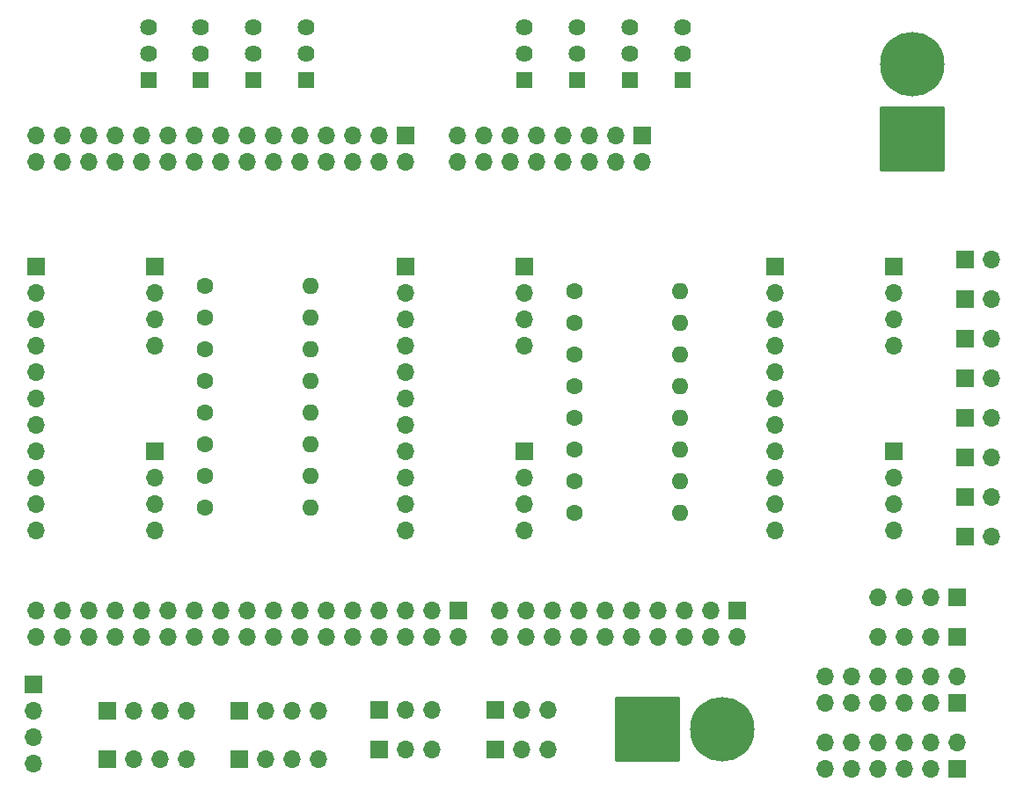
<source format=gbs>
G04 #@! TF.GenerationSoftware,KiCad,Pcbnew,8.0.3*
G04 #@! TF.CreationDate,2025-05-05T15:44:45+09:00*
G04 #@! TF.ProjectId,F767ZI_MB_V1.4,46373637-5a49-45f4-9d42-5f56312e342e,rev?*
G04 #@! TF.SameCoordinates,Original*
G04 #@! TF.FileFunction,Soldermask,Bot*
G04 #@! TF.FilePolarity,Negative*
%FSLAX46Y46*%
G04 Gerber Fmt 4.6, Leading zero omitted, Abs format (unit mm)*
G04 Created by KiCad (PCBNEW 8.0.3) date 2025-05-05 15:44:45*
%MOMM*%
%LPD*%
G01*
G04 APERTURE LIST*
G04 Aperture macros list*
%AMRoundRect*
0 Rectangle with rounded corners*
0 $1 Rounding radius*
0 $2 $3 $4 $5 $6 $7 $8 $9 X,Y pos of 4 corners*
0 Add a 4 corners polygon primitive as box body*
4,1,4,$2,$3,$4,$5,$6,$7,$8,$9,$2,$3,0*
0 Add four circle primitives for the rounded corners*
1,1,$1+$1,$2,$3*
1,1,$1+$1,$4,$5*
1,1,$1+$1,$6,$7*
1,1,$1+$1,$8,$9*
0 Add four rect primitives between the rounded corners*
20,1,$1+$1,$2,$3,$4,$5,0*
20,1,$1+$1,$4,$5,$6,$7,0*
20,1,$1+$1,$6,$7,$8,$9,0*
20,1,$1+$1,$8,$9,$2,$3,0*%
G04 Aperture macros list end*
%ADD10R,1.625600X1.625600*%
%ADD11C,1.625600*%
%ADD12R,1.700000X1.700000*%
%ADD13O,1.700000X1.700000*%
%ADD14C,1.600000*%
%ADD15O,1.600000X1.600000*%
%ADD16C,6.204000*%
%ADD17RoundRect,0.102000X-3.000000X-3.000000X3.000000X-3.000000X3.000000X3.000000X-3.000000X3.000000X0*%
%ADD18RoundRect,0.102000X3.000000X-3.000000X3.000000X3.000000X-3.000000X3.000000X-3.000000X-3.000000X0*%
G04 APERTURE END LIST*
D10*
X130810000Y-70876000D03*
D11*
X130810000Y-68336000D03*
X130810000Y-65796000D03*
D12*
X111760000Y-131455000D03*
D13*
X114300000Y-131455000D03*
X116840000Y-131455000D03*
D12*
X168148000Y-88148000D03*
D13*
X170688000Y-88148000D03*
D10*
X89558100Y-70876000D03*
D11*
X89558100Y-68336000D03*
X89558100Y-65796000D03*
D14*
X130556000Y-91196000D03*
D15*
X140716000Y-91196000D03*
D12*
X168148000Y-99578000D03*
D13*
X170688000Y-99578000D03*
D14*
X94996000Y-93736000D03*
D15*
X105156000Y-93736000D03*
D12*
X90170000Y-88783000D03*
D13*
X90170000Y-91323000D03*
X90170000Y-93863000D03*
X90170000Y-96403000D03*
D14*
X94996000Y-105928000D03*
D15*
X105156000Y-105928000D03*
D12*
X122951000Y-135265000D03*
D13*
X125491000Y-135265000D03*
X128031000Y-135265000D03*
D14*
X130556000Y-103388000D03*
D15*
X140716000Y-103388000D03*
D12*
X161290000Y-106563000D03*
D13*
X161290000Y-109103000D03*
X161290000Y-111643000D03*
X161290000Y-114183000D03*
D12*
X168148000Y-95768000D03*
D13*
X170688000Y-95768000D03*
D12*
X168148000Y-111008000D03*
D13*
X170688000Y-111008000D03*
D14*
X94996000Y-108976000D03*
D15*
X105156000Y-108976000D03*
D14*
X130556000Y-97292000D03*
D15*
X140716000Y-97292000D03*
D10*
X94602300Y-70876000D03*
D11*
X94602300Y-68336000D03*
X94602300Y-65796000D03*
D12*
X149860000Y-88783000D03*
D13*
X149860000Y-91323000D03*
X149860000Y-93863000D03*
X149860000Y-96403000D03*
X149860000Y-98943000D03*
X149860000Y-101483000D03*
X149860000Y-104023000D03*
X149860000Y-106563000D03*
X149860000Y-109103000D03*
X149860000Y-111643000D03*
X149860000Y-114183000D03*
D12*
X168148000Y-107198000D03*
D13*
X170688000Y-107198000D03*
D12*
X168148000Y-91958000D03*
D13*
X170688000Y-91958000D03*
D10*
X135890000Y-70876000D03*
D11*
X135890000Y-68336000D03*
X135890000Y-65796000D03*
D12*
X122936000Y-131455000D03*
D13*
X125476000Y-131455000D03*
X128016000Y-131455000D03*
D14*
X130556000Y-112532000D03*
D15*
X140716000Y-112532000D03*
D12*
X167386000Y-124470000D03*
D13*
X164846000Y-124470000D03*
X162306000Y-124470000D03*
X159766000Y-124470000D03*
D10*
X125730000Y-70876000D03*
D11*
X125730000Y-68336000D03*
X125730000Y-65796000D03*
D14*
X94996000Y-90688000D03*
D15*
X105156000Y-90688000D03*
D14*
X130556000Y-100340000D03*
D15*
X140716000Y-100340000D03*
D12*
X114300000Y-88783000D03*
D13*
X114300000Y-91323000D03*
X114300000Y-93863000D03*
X114300000Y-96403000D03*
X114300000Y-98943000D03*
X114300000Y-101483000D03*
X114300000Y-104023000D03*
X114300000Y-106563000D03*
X114300000Y-109103000D03*
X114300000Y-111643000D03*
X114300000Y-114183000D03*
D12*
X168153000Y-114818000D03*
D13*
X170693000Y-114818000D03*
D12*
X85608000Y-131582000D03*
D13*
X88148000Y-131582000D03*
X90688000Y-131582000D03*
X93228000Y-131582000D03*
D12*
X167386000Y-120594000D03*
D13*
X164846000Y-120594000D03*
X162306000Y-120594000D03*
X159766000Y-120594000D03*
D16*
X144824000Y-133360000D03*
D17*
X137624000Y-133360000D03*
D14*
X94996000Y-99832000D03*
D15*
X105156000Y-99832000D03*
D12*
X98308000Y-136232000D03*
D13*
X100848000Y-136232000D03*
X103388000Y-136232000D03*
X105928000Y-136232000D03*
D16*
X163068000Y-69308000D03*
D18*
X163068000Y-76508000D03*
D12*
X125730000Y-106563000D03*
D13*
X125730000Y-109103000D03*
X125730000Y-111643000D03*
X125730000Y-114183000D03*
D12*
X161290000Y-88783000D03*
D13*
X161290000Y-91323000D03*
X161290000Y-93863000D03*
X161290000Y-96403000D03*
D12*
X90170000Y-106563000D03*
D13*
X90170000Y-109103000D03*
X90170000Y-111643000D03*
X90170000Y-114183000D03*
D12*
X167386000Y-137170000D03*
D13*
X167386000Y-134630000D03*
X164846000Y-137170000D03*
X164846000Y-134630000D03*
X162306000Y-137170000D03*
X162306000Y-134630000D03*
X159766000Y-137170000D03*
X159766000Y-134630000D03*
X157226000Y-137170000D03*
X157226000Y-134630000D03*
X154686000Y-137170000D03*
X154686000Y-134630000D03*
D12*
X167386000Y-130820000D03*
D13*
X167386000Y-128280000D03*
X164846000Y-130820000D03*
X164846000Y-128280000D03*
X162306000Y-130820000D03*
X162306000Y-128280000D03*
X159766000Y-130820000D03*
X159766000Y-128280000D03*
X157226000Y-130820000D03*
X157226000Y-128280000D03*
X154686000Y-130820000D03*
X154686000Y-128280000D03*
D14*
X94996000Y-112024000D03*
D15*
X105156000Y-112024000D03*
D14*
X94996000Y-102880000D03*
D15*
X105156000Y-102880000D03*
D14*
X94996000Y-96784000D03*
D15*
X105156000Y-96784000D03*
D14*
X130556000Y-109484000D03*
D15*
X140716000Y-109484000D03*
D12*
X85608000Y-136232000D03*
D13*
X88148000Y-136232000D03*
X90688000Y-136232000D03*
X93228000Y-136232000D03*
D12*
X168148000Y-103388000D03*
D13*
X170688000Y-103388000D03*
D12*
X111760000Y-135265000D03*
D13*
X114300000Y-135265000D03*
X116840000Y-135265000D03*
D10*
X140970000Y-70876000D03*
D11*
X140970000Y-68336000D03*
X140970000Y-65796000D03*
D14*
X130556000Y-94230000D03*
D15*
X140716000Y-94230000D03*
D12*
X78486000Y-129042000D03*
D13*
X78486000Y-131582000D03*
X78486000Y-134122000D03*
X78486000Y-136662000D03*
D14*
X130556000Y-106436000D03*
D15*
X140716000Y-106436000D03*
D10*
X99682300Y-70876000D03*
D11*
X99682300Y-68336000D03*
X99682300Y-65796000D03*
D12*
X78740000Y-88783000D03*
D13*
X78740000Y-91323000D03*
X78740000Y-93863000D03*
X78740000Y-96403000D03*
X78740000Y-98943000D03*
X78740000Y-101483000D03*
X78740000Y-104023000D03*
X78740000Y-106563000D03*
X78740000Y-109103000D03*
X78740000Y-111643000D03*
X78740000Y-114183000D03*
D10*
X104762300Y-70876000D03*
D11*
X104762300Y-68336000D03*
X104762300Y-65796000D03*
D12*
X98308000Y-131582000D03*
D13*
X100848000Y-131582000D03*
X103388000Y-131582000D03*
X105928000Y-131582000D03*
D12*
X125730000Y-88783000D03*
D13*
X125730000Y-91323000D03*
X125730000Y-93863000D03*
X125730000Y-96403000D03*
D12*
X146240000Y-121920000D03*
D13*
X146240000Y-124460000D03*
X143700000Y-121920000D03*
X143700000Y-124460000D03*
X141160000Y-121920000D03*
X141160000Y-124460000D03*
X138620000Y-121920000D03*
X138620000Y-124460000D03*
X136080000Y-121920000D03*
X136080000Y-124460000D03*
X133540000Y-121920000D03*
X133540000Y-124460000D03*
X131000000Y-121920000D03*
X131000000Y-124460000D03*
X128460000Y-121920000D03*
X128460000Y-124460000D03*
X125920000Y-121920000D03*
X125920000Y-124460000D03*
X123380000Y-121920000D03*
X123380000Y-124460000D03*
D12*
X119380000Y-121920000D03*
D13*
X119380000Y-124460000D03*
X116840000Y-121920000D03*
X116840000Y-124460000D03*
X114300000Y-121920000D03*
X114300000Y-124460000D03*
X111760000Y-121920000D03*
X111760000Y-124460000D03*
X109220000Y-121920000D03*
X109220000Y-124460000D03*
X106680000Y-121920000D03*
X106680000Y-124460000D03*
X104140000Y-121920000D03*
X104140000Y-124460000D03*
X101600000Y-121920000D03*
X101600000Y-124460000D03*
X99060000Y-121920000D03*
X99060000Y-124460000D03*
X96520000Y-121920000D03*
X96520000Y-124460000D03*
X93980000Y-121920000D03*
X93980000Y-124460000D03*
X91440000Y-121920000D03*
X91440000Y-124460000D03*
X88900000Y-121920000D03*
X88900000Y-124460000D03*
X86360000Y-121920000D03*
X86360000Y-124460000D03*
X83820000Y-121920000D03*
X83820000Y-124460000D03*
X81280000Y-121920000D03*
X81280000Y-124460000D03*
X78740000Y-121920000D03*
X78740000Y-124460000D03*
D12*
X137080000Y-76200000D03*
D13*
X137080000Y-78740000D03*
X134540000Y-76200000D03*
X134540000Y-78740000D03*
X132000000Y-76200000D03*
X132000000Y-78740000D03*
X129460000Y-76200000D03*
X129460000Y-78740000D03*
X126920000Y-76200000D03*
X126920000Y-78740000D03*
X124380000Y-76200000D03*
X124380000Y-78740000D03*
X121840000Y-76200000D03*
X121840000Y-78740000D03*
X119300000Y-76200000D03*
X119300000Y-78740000D03*
D12*
X114300000Y-76200000D03*
D13*
X114300000Y-78740000D03*
X111760000Y-76200000D03*
X111760000Y-78740000D03*
X109220000Y-76200000D03*
X109220000Y-78740000D03*
X106680000Y-76200000D03*
X106680000Y-78740000D03*
X104140000Y-76200000D03*
X104140000Y-78740000D03*
X101600000Y-76200000D03*
X101600000Y-78740000D03*
X99060000Y-76200000D03*
X99060000Y-78740000D03*
X96520000Y-76200000D03*
X96520000Y-78740000D03*
X93980000Y-76200000D03*
X93980000Y-78740000D03*
X91440000Y-76200000D03*
X91440000Y-78740000D03*
X88900000Y-76200000D03*
X88900000Y-78740000D03*
X86360000Y-76200000D03*
X86360000Y-78740000D03*
X83820000Y-76200000D03*
X83820000Y-78740000D03*
X81280000Y-76200000D03*
X81280000Y-78740000D03*
X78740000Y-76200000D03*
X78740000Y-78740000D03*
M02*

</source>
